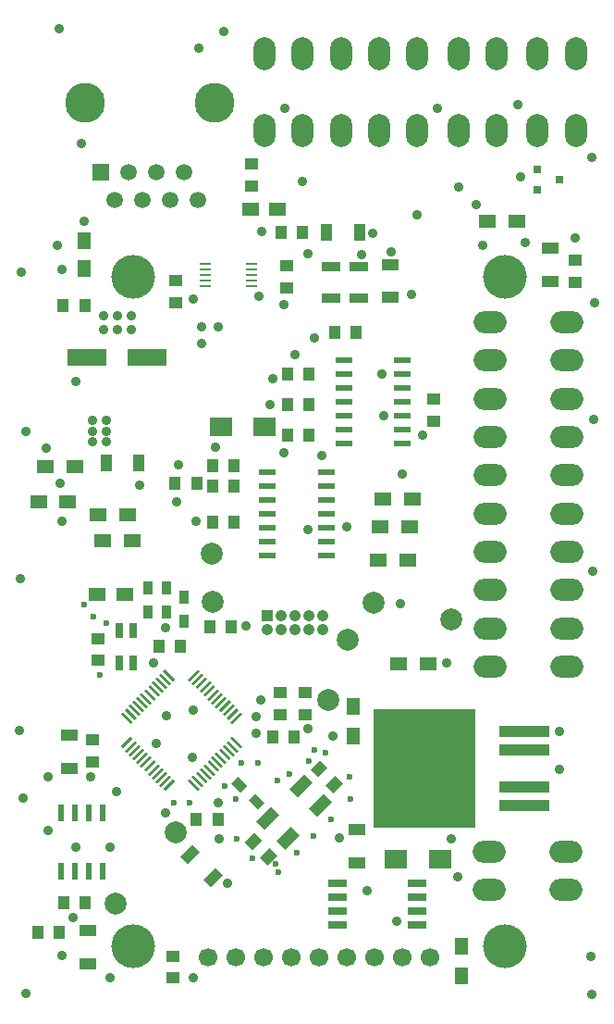
<source format=gbs>
G04 #@! TF.FileFunction,Soldermask,Bot*
%FSLAX46Y46*%
G04 Gerber Fmt 4.6, Leading zero omitted, Abs format (unit mm)*
G04 Created by KiCad (PCBNEW 4.0.2-4+6225~38~ubuntu14.04.1-stable) date Do 17 Mär 2016 15:21:08 CET*
%MOMM*%
G01*
G04 APERTURE LIST*
%ADD10C,0.150000*%
%ADD11R,1.100000X0.250000*%
%ADD12R,1.500000X1.250000*%
%ADD13C,1.700000*%
%ADD14C,4.000000*%
%ADD15R,1.000000X1.250000*%
%ADD16C,3.649980*%
%ADD17R,1.501140X1.501140*%
%ADD18C,1.501140*%
%ADD19R,1.250000X1.000000*%
%ADD20R,1.500000X1.300000*%
%ADD21R,1.300000X1.500000*%
%ADD22R,1.500000X0.600000*%
%ADD23R,1.700000X0.900000*%
%ADD24R,1.050000X1.050000*%
%ADD25C,1.050000*%
%ADD26R,1.250000X1.500000*%
%ADD27C,0.050000*%
%ADD28R,0.800100X0.800100*%
%ADD29O,2.000000X3.014980*%
%ADD30O,3.014980X2.000000*%
%ADD31R,2.000000X1.700000*%
%ADD32R,3.599180X1.600200*%
%ADD33R,1.600000X1.000000*%
%ADD34R,1.000000X1.600000*%
%ADD35R,1.700000X0.650000*%
%ADD36R,0.800000X1.400000*%
%ADD37R,0.600000X1.550000*%
%ADD38R,0.900000X1.200000*%
%ADD39R,4.600000X1.100000*%
%ADD40R,9.400000X10.800000*%
%ADD41C,2.000000*%
%ADD42C,0.889000*%
%ADD43C,0.600000*%
G04 APERTURE END LIST*
D10*
D11*
X22850000Y-23750000D03*
X22850000Y-24250000D03*
X22850000Y-24750000D03*
X22850000Y-25250000D03*
X22850000Y-25750000D03*
X18550000Y-25750000D03*
X18550000Y-25250000D03*
X18550000Y-24750000D03*
X18550000Y-24250000D03*
X18550000Y-23750000D03*
D12*
X11196000Y-53975000D03*
X8696000Y-53975000D03*
D13*
X39160000Y-87100000D03*
X36620000Y-87100000D03*
X34080000Y-87100000D03*
X31540000Y-87100000D03*
X29000000Y-87100000D03*
X26460000Y-87100000D03*
X23920000Y-87100000D03*
X21380000Y-87100000D03*
D14*
X46050000Y-86100000D03*
X11950000Y-86100000D03*
X46050000Y-24900000D03*
X11950000Y-24900000D03*
D13*
X18840000Y-87100000D03*
D15*
X15803000Y-43799000D03*
X17803000Y-43799000D03*
D16*
X19438520Y-9000000D03*
X7569100Y-9000000D03*
D17*
X9055000Y-15350000D03*
D18*
X10325000Y-17890000D03*
X11595000Y-15350000D03*
X12865000Y-17890000D03*
X14135000Y-15350000D03*
X15405000Y-17890000D03*
X16675000Y-15350000D03*
X17945000Y-17890000D03*
D15*
X21232000Y-42148000D03*
X19232000Y-42148000D03*
D10*
G36*
X27065756Y-72459820D02*
X26287939Y-71682003D01*
X27631442Y-70338500D01*
X28409259Y-71116317D01*
X27065756Y-72459820D01*
X27065756Y-72459820D01*
G37*
G36*
X25844442Y-77273238D02*
X25066625Y-76495421D01*
X26410128Y-75151918D01*
X27187945Y-75929735D01*
X25844442Y-77273238D01*
X25844442Y-77273238D01*
G37*
G36*
X24048390Y-75477186D02*
X23270573Y-74699369D01*
X24614076Y-73355866D01*
X25391893Y-74133683D01*
X24048390Y-75477186D01*
X24048390Y-75477186D01*
G37*
G36*
X28861808Y-74255872D02*
X28083991Y-73478055D01*
X29427494Y-72134552D01*
X30205311Y-72912369D01*
X28861808Y-74255872D01*
X28861808Y-74255872D01*
G37*
G36*
X21979112Y-67854859D02*
X21802335Y-68031636D01*
X20883096Y-67112397D01*
X21059873Y-66935620D01*
X21979112Y-67854859D01*
X21979112Y-67854859D01*
G37*
G36*
X21625559Y-68208412D02*
X21448782Y-68385189D01*
X20529543Y-67465950D01*
X20706320Y-67289173D01*
X21625559Y-68208412D01*
X21625559Y-68208412D01*
G37*
G36*
X21272005Y-68561966D02*
X21095228Y-68738743D01*
X20175989Y-67819504D01*
X20352766Y-67642727D01*
X21272005Y-68561966D01*
X21272005Y-68561966D01*
G37*
G36*
X20918452Y-68915519D02*
X20741675Y-69092296D01*
X19822436Y-68173057D01*
X19999213Y-67996280D01*
X20918452Y-68915519D01*
X20918452Y-68915519D01*
G37*
G36*
X20564899Y-69269072D02*
X20388122Y-69445849D01*
X19468883Y-68526610D01*
X19645660Y-68349833D01*
X20564899Y-69269072D01*
X20564899Y-69269072D01*
G37*
G36*
X20211345Y-69622626D02*
X20034568Y-69799403D01*
X19115329Y-68880164D01*
X19292106Y-68703387D01*
X20211345Y-69622626D01*
X20211345Y-69622626D01*
G37*
G36*
X19857792Y-69976179D02*
X19681015Y-70152956D01*
X18761776Y-69233717D01*
X18938553Y-69056940D01*
X19857792Y-69976179D01*
X19857792Y-69976179D01*
G37*
G36*
X19504238Y-70329733D02*
X19327461Y-70506510D01*
X18408222Y-69587271D01*
X18584999Y-69410494D01*
X19504238Y-70329733D01*
X19504238Y-70329733D01*
G37*
G36*
X19150685Y-70683286D02*
X18973908Y-70860063D01*
X18054669Y-69940824D01*
X18231446Y-69764047D01*
X19150685Y-70683286D01*
X19150685Y-70683286D01*
G37*
G36*
X18797132Y-71036839D02*
X18620355Y-71213616D01*
X17701116Y-70294377D01*
X17877893Y-70117600D01*
X18797132Y-71036839D01*
X18797132Y-71036839D01*
G37*
G36*
X18443578Y-71390393D02*
X18266801Y-71567170D01*
X17347562Y-70647931D01*
X17524339Y-70471154D01*
X18443578Y-71390393D01*
X18443578Y-71390393D01*
G37*
G36*
X18090025Y-71743946D02*
X17913248Y-71920723D01*
X16994009Y-71001484D01*
X17170786Y-70824707D01*
X18090025Y-71743946D01*
X18090025Y-71743946D01*
G37*
G36*
X14908044Y-71920723D02*
X14731267Y-71743946D01*
X15650506Y-70824707D01*
X15827283Y-71001484D01*
X14908044Y-71920723D01*
X14908044Y-71920723D01*
G37*
G36*
X14554491Y-71567170D02*
X14377714Y-71390393D01*
X15296953Y-70471154D01*
X15473730Y-70647931D01*
X14554491Y-71567170D01*
X14554491Y-71567170D01*
G37*
G36*
X14200937Y-71213616D02*
X14024160Y-71036839D01*
X14943399Y-70117600D01*
X15120176Y-70294377D01*
X14200937Y-71213616D01*
X14200937Y-71213616D01*
G37*
G36*
X13847384Y-70860063D02*
X13670607Y-70683286D01*
X14589846Y-69764047D01*
X14766623Y-69940824D01*
X13847384Y-70860063D01*
X13847384Y-70860063D01*
G37*
G36*
X13493831Y-70506510D02*
X13317054Y-70329733D01*
X14236293Y-69410494D01*
X14413070Y-69587271D01*
X13493831Y-70506510D01*
X13493831Y-70506510D01*
G37*
G36*
X13140277Y-70152956D02*
X12963500Y-69976179D01*
X13882739Y-69056940D01*
X14059516Y-69233717D01*
X13140277Y-70152956D01*
X13140277Y-70152956D01*
G37*
G36*
X12786724Y-69799403D02*
X12609947Y-69622626D01*
X13529186Y-68703387D01*
X13705963Y-68880164D01*
X12786724Y-69799403D01*
X12786724Y-69799403D01*
G37*
G36*
X12433170Y-69445849D02*
X12256393Y-69269072D01*
X13175632Y-68349833D01*
X13352409Y-68526610D01*
X12433170Y-69445849D01*
X12433170Y-69445849D01*
G37*
G36*
X12079617Y-69092296D02*
X11902840Y-68915519D01*
X12822079Y-67996280D01*
X12998856Y-68173057D01*
X12079617Y-69092296D01*
X12079617Y-69092296D01*
G37*
G36*
X11726064Y-68738743D02*
X11549287Y-68561966D01*
X12468526Y-67642727D01*
X12645303Y-67819504D01*
X11726064Y-68738743D01*
X11726064Y-68738743D01*
G37*
G36*
X11372510Y-68385189D02*
X11195733Y-68208412D01*
X12114972Y-67289173D01*
X12291749Y-67465950D01*
X11372510Y-68385189D01*
X11372510Y-68385189D01*
G37*
G36*
X11018957Y-68031636D02*
X10842180Y-67854859D01*
X11761419Y-66935620D01*
X11938196Y-67112397D01*
X11018957Y-68031636D01*
X11018957Y-68031636D01*
G37*
G36*
X11938196Y-65592117D02*
X11761419Y-65768894D01*
X10842180Y-64849655D01*
X11018957Y-64672878D01*
X11938196Y-65592117D01*
X11938196Y-65592117D01*
G37*
G36*
X12291749Y-65238564D02*
X12114972Y-65415341D01*
X11195733Y-64496102D01*
X11372510Y-64319325D01*
X12291749Y-65238564D01*
X12291749Y-65238564D01*
G37*
G36*
X12645303Y-64885010D02*
X12468526Y-65061787D01*
X11549287Y-64142548D01*
X11726064Y-63965771D01*
X12645303Y-64885010D01*
X12645303Y-64885010D01*
G37*
G36*
X12998856Y-64531457D02*
X12822079Y-64708234D01*
X11902840Y-63788995D01*
X12079617Y-63612218D01*
X12998856Y-64531457D01*
X12998856Y-64531457D01*
G37*
G36*
X13352409Y-64177904D02*
X13175632Y-64354681D01*
X12256393Y-63435442D01*
X12433170Y-63258665D01*
X13352409Y-64177904D01*
X13352409Y-64177904D01*
G37*
G36*
X13705963Y-63824350D02*
X13529186Y-64001127D01*
X12609947Y-63081888D01*
X12786724Y-62905111D01*
X13705963Y-63824350D01*
X13705963Y-63824350D01*
G37*
G36*
X14059516Y-63470797D02*
X13882739Y-63647574D01*
X12963500Y-62728335D01*
X13140277Y-62551558D01*
X14059516Y-63470797D01*
X14059516Y-63470797D01*
G37*
G36*
X14413070Y-63117243D02*
X14236293Y-63294020D01*
X13317054Y-62374781D01*
X13493831Y-62198004D01*
X14413070Y-63117243D01*
X14413070Y-63117243D01*
G37*
G36*
X14766623Y-62763690D02*
X14589846Y-62940467D01*
X13670607Y-62021228D01*
X13847384Y-61844451D01*
X14766623Y-62763690D01*
X14766623Y-62763690D01*
G37*
G36*
X15120176Y-62410137D02*
X14943399Y-62586914D01*
X14024160Y-61667675D01*
X14200937Y-61490898D01*
X15120176Y-62410137D01*
X15120176Y-62410137D01*
G37*
G36*
X15473730Y-62056583D02*
X15296953Y-62233360D01*
X14377714Y-61314121D01*
X14554491Y-61137344D01*
X15473730Y-62056583D01*
X15473730Y-62056583D01*
G37*
G36*
X15827283Y-61703030D02*
X15650506Y-61879807D01*
X14731267Y-60960568D01*
X14908044Y-60783791D01*
X15827283Y-61703030D01*
X15827283Y-61703030D01*
G37*
G36*
X17170786Y-61879807D02*
X16994009Y-61703030D01*
X17913248Y-60783791D01*
X18090025Y-60960568D01*
X17170786Y-61879807D01*
X17170786Y-61879807D01*
G37*
G36*
X17524339Y-62233360D02*
X17347562Y-62056583D01*
X18266801Y-61137344D01*
X18443578Y-61314121D01*
X17524339Y-62233360D01*
X17524339Y-62233360D01*
G37*
G36*
X17877893Y-62586914D02*
X17701116Y-62410137D01*
X18620355Y-61490898D01*
X18797132Y-61667675D01*
X17877893Y-62586914D01*
X17877893Y-62586914D01*
G37*
G36*
X18231446Y-62940467D02*
X18054669Y-62763690D01*
X18973908Y-61844451D01*
X19150685Y-62021228D01*
X18231446Y-62940467D01*
X18231446Y-62940467D01*
G37*
G36*
X18584999Y-63294020D02*
X18408222Y-63117243D01*
X19327461Y-62198004D01*
X19504238Y-62374781D01*
X18584999Y-63294020D01*
X18584999Y-63294020D01*
G37*
G36*
X18938553Y-63647574D02*
X18761776Y-63470797D01*
X19681015Y-62551558D01*
X19857792Y-62728335D01*
X18938553Y-63647574D01*
X18938553Y-63647574D01*
G37*
G36*
X19292106Y-64001127D02*
X19115329Y-63824350D01*
X20034568Y-62905111D01*
X20211345Y-63081888D01*
X19292106Y-64001127D01*
X19292106Y-64001127D01*
G37*
G36*
X19645660Y-64354681D02*
X19468883Y-64177904D01*
X20388122Y-63258665D01*
X20564899Y-63435442D01*
X19645660Y-64354681D01*
X19645660Y-64354681D01*
G37*
G36*
X19999213Y-64708234D02*
X19822436Y-64531457D01*
X20741675Y-63612218D01*
X20918452Y-63788995D01*
X19999213Y-64708234D01*
X19999213Y-64708234D01*
G37*
G36*
X20352766Y-65061787D02*
X20175989Y-64885010D01*
X21095228Y-63965771D01*
X21272005Y-64142548D01*
X20352766Y-65061787D01*
X20352766Y-65061787D01*
G37*
G36*
X20706320Y-65415341D02*
X20529543Y-65238564D01*
X21448782Y-64319325D01*
X21625559Y-64496102D01*
X20706320Y-65415341D01*
X20706320Y-65415341D01*
G37*
G36*
X21059873Y-65768894D02*
X20883096Y-65592117D01*
X21802335Y-64672878D01*
X21979112Y-64849655D01*
X21059873Y-65768894D01*
X21059873Y-65768894D01*
G37*
D15*
X32408000Y-29956000D03*
X30408000Y-29956000D03*
D19*
X39536000Y-36068000D03*
X39536000Y-38068000D03*
D15*
X28090000Y-36560000D03*
X26090000Y-36560000D03*
X21232000Y-44053000D03*
X19232000Y-44053000D03*
D19*
X22835500Y-14605000D03*
X22835500Y-16605000D03*
D10*
G36*
X28207805Y-69981199D02*
X29091688Y-69097316D01*
X29798795Y-69804423D01*
X28914912Y-70688306D01*
X28207805Y-69981199D01*
X28207805Y-69981199D01*
G37*
G36*
X29622019Y-71395413D02*
X30505902Y-70511530D01*
X31213009Y-71218637D01*
X30329126Y-72102520D01*
X29622019Y-71395413D01*
X29622019Y-71395413D01*
G37*
G36*
X25187256Y-77837086D02*
X24303373Y-78720969D01*
X23596266Y-78013862D01*
X24480149Y-77129979D01*
X25187256Y-77837086D01*
X25187256Y-77837086D01*
G37*
G36*
X23773042Y-76422872D02*
X22889159Y-77306755D01*
X22182052Y-76599648D01*
X23065935Y-75715765D01*
X23773042Y-76422872D01*
X23773042Y-76422872D01*
G37*
D15*
X17750000Y-74500000D03*
X19750000Y-74500000D03*
D19*
X25439000Y-64928500D03*
X25439000Y-62928500D03*
X8250000Y-67250000D03*
X8250000Y-69250000D03*
D15*
X24750000Y-67000000D03*
X26750000Y-67000000D03*
X16342500Y-58721500D03*
X14342500Y-58721500D03*
D10*
G36*
X20996945Y-71215738D02*
X21633341Y-70579342D01*
X22481869Y-71427870D01*
X21845473Y-72064266D01*
X20996945Y-71215738D01*
X20996945Y-71215738D01*
G37*
G36*
X22552579Y-72771372D02*
X23188975Y-72134976D01*
X24037503Y-72983504D01*
X23401107Y-73619900D01*
X22552579Y-72771372D01*
X22552579Y-72771372D01*
G37*
D15*
X5579500Y-27543000D03*
X7579500Y-27543000D03*
D20*
X36281000Y-60309000D03*
X38981000Y-60309000D03*
X44409000Y-19796000D03*
X47109000Y-19796000D03*
D21*
X32093800Y-64216800D03*
X32093800Y-66916800D03*
D22*
X24263000Y-50403000D03*
X24263000Y-49133000D03*
X24263000Y-47863000D03*
X24263000Y-46593000D03*
X24263000Y-45323000D03*
X24263000Y-44053000D03*
X24263000Y-42783000D03*
X29663000Y-42783000D03*
X29663000Y-44053000D03*
X29663000Y-45323000D03*
X29663000Y-46593000D03*
X29663000Y-47863000D03*
X29663000Y-49133000D03*
X29663000Y-50403000D03*
D19*
X27725000Y-64928500D03*
X27725000Y-62928500D03*
X15914000Y-25273000D03*
X15914000Y-27273000D03*
D15*
X19232000Y-47355000D03*
X21232000Y-47355000D03*
X26090000Y-39354000D03*
X28090000Y-39354000D03*
D12*
X22728500Y-18716500D03*
X25228500Y-18716500D03*
D23*
X30138000Y-23934000D03*
X30138000Y-26834000D03*
X32678000Y-26834000D03*
X32678000Y-23934000D03*
D20*
X6012800Y-45466000D03*
X3312800Y-45466000D03*
X6660500Y-42227500D03*
X3960500Y-42227500D03*
X8748400Y-46685200D03*
X11448400Y-46685200D03*
X37584000Y-45196000D03*
X34884000Y-45196000D03*
X37330000Y-47736000D03*
X34630000Y-47736000D03*
X37139500Y-50784000D03*
X34439500Y-50784000D03*
X9231000Y-49022000D03*
X11931000Y-49022000D03*
D22*
X31248000Y-40116000D03*
X31248000Y-38846000D03*
X31248000Y-37576000D03*
X31248000Y-36306000D03*
X31248000Y-35036000D03*
X31248000Y-33766000D03*
X31248000Y-32496000D03*
X36648000Y-32496000D03*
X36648000Y-33766000D03*
X36648000Y-35036000D03*
X36648000Y-36306000D03*
X36648000Y-37576000D03*
X36648000Y-38846000D03*
X36648000Y-40116000D03*
D24*
X24232500Y-55927500D03*
D25*
X25502500Y-55927500D03*
X26772500Y-55927500D03*
X28042500Y-55927500D03*
X29312500Y-55927500D03*
X25502500Y-57197500D03*
X26772500Y-57197500D03*
X28042500Y-57197500D03*
X29312500Y-57197500D03*
X24232500Y-57197500D03*
D26*
X7500000Y-24100000D03*
X7500000Y-21600000D03*
D27*
X19822157Y-70884657D03*
X20387843Y-71450343D03*
D28*
X48999240Y-16950000D03*
X48999240Y-15050000D03*
X50998220Y-16000000D03*
D29*
X38000000Y-4500000D03*
X34500000Y-4500000D03*
X31000000Y-4500000D03*
X27500000Y-4500000D03*
X24000000Y-4500000D03*
X38000000Y-11500000D03*
X34500000Y-11500000D03*
X31000000Y-11500000D03*
X24000000Y-11500000D03*
X27500000Y-11500000D03*
D30*
X51600000Y-80950000D03*
X51600000Y-77450000D03*
X44600000Y-77450000D03*
X44600000Y-80950000D03*
D29*
X45250000Y-4500000D03*
X41750000Y-4500000D03*
X41750000Y-11500000D03*
X45250000Y-11500000D03*
X52500000Y-4500000D03*
X49000000Y-4500000D03*
X49000000Y-11500000D03*
X52500000Y-11500000D03*
D30*
X44700000Y-60550000D03*
X51700000Y-60550000D03*
X51700000Y-57050000D03*
X44700000Y-57050000D03*
X51700000Y-29050000D03*
X44700000Y-29050000D03*
X51700000Y-53550000D03*
X44700000Y-53550000D03*
X51700000Y-50050000D03*
X44700000Y-50050000D03*
X51700000Y-46550000D03*
X51700000Y-43050000D03*
X51700000Y-39550000D03*
X51700000Y-36050000D03*
X51700000Y-32550000D03*
X44700000Y-46550000D03*
X44700000Y-43050000D03*
X44700000Y-39550000D03*
X44700000Y-32550000D03*
X44700000Y-36050000D03*
D19*
X52490000Y-25368000D03*
X52490000Y-23368000D03*
D15*
X7593200Y-82092800D03*
X5593200Y-82092800D03*
X25518500Y-20812000D03*
X27518500Y-20812000D03*
X26090000Y-33766000D03*
X28090000Y-33766000D03*
D19*
X26074000Y-25876000D03*
X26074000Y-23876000D03*
D31*
X24010000Y-38592000D03*
X20010000Y-38592000D03*
D10*
G36*
X16270101Y-77901472D02*
X17401472Y-76770101D01*
X18108579Y-77477208D01*
X16977208Y-78608579D01*
X16270101Y-77901472D01*
X16270101Y-77901472D01*
G37*
G36*
X18391421Y-80022792D02*
X19522792Y-78891421D01*
X20229899Y-79598528D01*
X19098528Y-80729899D01*
X18391421Y-80022792D01*
X18391421Y-80022792D01*
G37*
D32*
X7749180Y-32250000D03*
X13250820Y-32250000D03*
D15*
X18978000Y-56880000D03*
X20978000Y-56880000D03*
D33*
X35535500Y-23757000D03*
X35535500Y-26757000D03*
D34*
X32717500Y-20875500D03*
X29717500Y-20875500D03*
X12524500Y-41894000D03*
X9524500Y-41894000D03*
D33*
X6135000Y-66835400D03*
X6135000Y-69835400D03*
X50204000Y-25296500D03*
X50204000Y-22296500D03*
X7863200Y-84707600D03*
X7863200Y-87707600D03*
D35*
X37979000Y-80375000D03*
X37979000Y-81645000D03*
X37979000Y-82915000D03*
X37979000Y-84185000D03*
X30679000Y-84185000D03*
X30679000Y-82915000D03*
X30679000Y-81645000D03*
X30679000Y-80375000D03*
D33*
X32474800Y-75471400D03*
X32474800Y-78471400D03*
D31*
X36062800Y-78190600D03*
X40062800Y-78190600D03*
D19*
X8803000Y-57991500D03*
X8803000Y-59991500D03*
D36*
X11943000Y-60237500D03*
X10743000Y-57237500D03*
X10743000Y-60237500D03*
X11943000Y-57237500D03*
D19*
X15635600Y-87011000D03*
X15635600Y-89011000D03*
D37*
X9183000Y-79290400D03*
X7913000Y-79290400D03*
X6643000Y-79290400D03*
X5373000Y-79290400D03*
X5373000Y-73890400D03*
X6643000Y-73890400D03*
X7913000Y-73890400D03*
X9183000Y-73890400D03*
D38*
X16677000Y-56408500D03*
X16677000Y-54208500D03*
X13375000Y-53319500D03*
X13375000Y-55519500D03*
X15026000Y-55519500D03*
X15026000Y-53319500D03*
D15*
X5231000Y-84810600D03*
X3231000Y-84810600D03*
D39*
X47791000Y-73234000D03*
X47791000Y-71534000D03*
X47791000Y-68134000D03*
D40*
X38641000Y-69834000D03*
D39*
X47791000Y-66434000D03*
D21*
X42000000Y-88850000D03*
X42000000Y-86150000D03*
D41*
X31662000Y-58086500D03*
X29820500Y-63611000D03*
X41100000Y-56200000D03*
X34036000Y-54686200D03*
X19241400Y-54594000D03*
X19165200Y-50174400D03*
D42*
X8250000Y-38000000D03*
X8250000Y-39000000D03*
X8250000Y-40000000D03*
X9500000Y-39000000D03*
X9500000Y-40000000D03*
X9500000Y-38000000D03*
D41*
X10376800Y-82229200D03*
X15914000Y-75676000D03*
D42*
X23216500Y-65135000D03*
X23216500Y-66659000D03*
D43*
X20387843Y-71450343D03*
X21375000Y-72628000D03*
X21502000Y-76311000D03*
X22899000Y-78089000D03*
X26963000Y-77581000D03*
X25312000Y-79359000D03*
X28487000Y-76057000D03*
X30138000Y-74533000D03*
X31916000Y-72628000D03*
X31789000Y-70596000D03*
X29630000Y-68437000D03*
X28614000Y-68183000D03*
X26328000Y-70342000D03*
X25185000Y-70977000D03*
X23407000Y-69326000D03*
X21883000Y-69326000D03*
X25058000Y-78597000D03*
X28106000Y-69199000D03*
D42*
X36107000Y-83804000D03*
X33426400Y-81026000D03*
X27500000Y-16200000D03*
X38000000Y-19250000D03*
X25857200Y-9499600D03*
X54203600Y-27305000D03*
X54127400Y-37922200D03*
X54025800Y-51816000D03*
X5500000Y-24250000D03*
X1778000Y-24434800D03*
X1574800Y-66421000D03*
X1625600Y-52476400D03*
X43357800Y-18262600D03*
X47244000Y-9144000D03*
X54000000Y-14000000D03*
X47421800Y-15773400D03*
X39827200Y-9499600D03*
X41783000Y-16662400D03*
X36474400Y-54762400D03*
X36626800Y-42951400D03*
X41706800Y-79781400D03*
X41084500Y-76263500D03*
X9906000Y-89001600D03*
X53949600Y-90551000D03*
X53873400Y-87045800D03*
X9900000Y-77050000D03*
X10500000Y-72000000D03*
X4200000Y-70600000D03*
X4231000Y-75488800D03*
X1950000Y-72600000D03*
X6700000Y-34500000D03*
X2200000Y-39000000D03*
X37500000Y-26500000D03*
X47854500Y-21764500D03*
X44000000Y-22000000D03*
X51000000Y-66500000D03*
X2159000Y-90424000D03*
X6731000Y-77089000D03*
X17500000Y-64500000D03*
X17500000Y-89000000D03*
X6500000Y-83500000D03*
X5500000Y-87000000D03*
X5422900Y-47231300D03*
X4053200Y-40563800D03*
X5323200Y-43815000D03*
X14961500Y-57007000D03*
X17438000Y-68818000D03*
X15000000Y-65000000D03*
X30849200Y-76184000D03*
X20638400Y-80375000D03*
X14923400Y-73948800D03*
X34750000Y-33750000D03*
X29250000Y-41250000D03*
X28000000Y-66250000D03*
X28000000Y-22750000D03*
X23750000Y-20750000D03*
X19500000Y-40500000D03*
X18250000Y-31000000D03*
X19750000Y-29500000D03*
X18250000Y-29500000D03*
X12548500Y-43989500D03*
X16104500Y-42084500D03*
X22327500Y-56816500D03*
X33948000Y-20939000D03*
X35599000Y-22590000D03*
X24750000Y-34250000D03*
X25750000Y-41000000D03*
X16000000Y-45500000D03*
X17750000Y-47250000D03*
X31500000Y-47750000D03*
X28000000Y-48000000D03*
X40679000Y-60182000D03*
X23661000Y-63611000D03*
X30265000Y-66913000D03*
X19851000Y-76311000D03*
X19748500Y-73025000D03*
X52426500Y-21383500D03*
X34964000Y-37576000D03*
X38520000Y-39354000D03*
X24550000Y-36560000D03*
X28614000Y-30464000D03*
X26836000Y-31988000D03*
X32932000Y-22844000D03*
X13882000Y-60182000D03*
X8100000Y-70600000D03*
X23534000Y-26654000D03*
X25820000Y-27416000D03*
X14136000Y-67548000D03*
D43*
X17133200Y-72983600D03*
X15710800Y-72983600D03*
D42*
X11850000Y-29702000D03*
X11850000Y-28432000D03*
X10580000Y-29702000D03*
X9310000Y-28432000D03*
X9310000Y-29702000D03*
X10580000Y-28432000D03*
X7532000Y-19796000D03*
X5000000Y-22000000D03*
X7250000Y-12750000D03*
X5250000Y-2250000D03*
X20250000Y-2500000D03*
X18000000Y-4000000D03*
X17500000Y-26900000D03*
D43*
X9501500Y-56578500D03*
X8358500Y-55943500D03*
D42*
X50990500Y-69913500D03*
D43*
X8955400Y-61341000D03*
X7533000Y-54864000D03*
M02*

</source>
